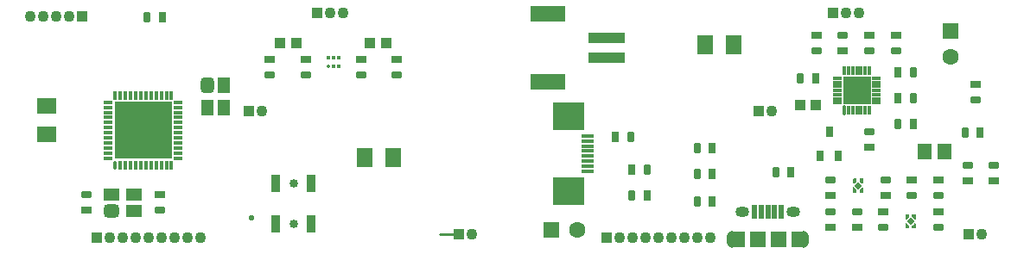
<source format=gts>
G04*
G04 #@! TF.GenerationSoftware,Altium Limited,Altium Designer,21.0.9 (235)*
G04*
G04 Layer_Color=8388736*
%FSLAX44Y44*%
%MOMM*%
G71*
G04*
G04 #@! TF.SameCoordinates,35DE941F-9A8C-42F3-B98C-DFFE3D48772F*
G04*
G04*
G04 #@! TF.FilePolarity,Negative*
G04*
G01*
G75*
%ADD12C,0.2540*%
%ADD53R,1.4000X1.6000*%
%ADD54R,0.9000X1.8000*%
%ADD55R,1.5000X1.9000*%
%ADD56R,1.9000X1.5000*%
%ADD57R,0.3000X0.4000*%
G04:AMPARAMS|DCode=58|XSize=0.4mm|YSize=0.3mm|CornerRadius=0.1mm|HoleSize=0mm|Usage=FLASHONLY|Rotation=270.000|XOffset=0mm|YOffset=0mm|HoleType=Round|Shape=RoundedRectangle|*
%AMROUNDEDRECTD58*
21,1,0.4000,0.1000,0,0,270.0*
21,1,0.2000,0.3000,0,0,270.0*
1,1,0.2000,-0.0500,-0.1000*
1,1,0.2000,-0.0500,0.1000*
1,1,0.2000,0.0500,0.1000*
1,1,0.2000,0.0500,-0.1000*
%
%ADD58ROUNDEDRECTD58*%
%ADD59R,1.0000X0.7000*%
G04:AMPARAMS|DCode=60|XSize=0.7mm|YSize=1mm|CornerRadius=0.2mm|HoleSize=0mm|Usage=FLASHONLY|Rotation=270.000|XOffset=0mm|YOffset=0mm|HoleType=Round|Shape=RoundedRectangle|*
%AMROUNDEDRECTD60*
21,1,0.7000,0.6000,0,0,270.0*
21,1,0.3000,1.0000,0,0,270.0*
1,1,0.4000,-0.3000,-0.1500*
1,1,0.4000,-0.3000,0.1500*
1,1,0.4000,0.3000,0.1500*
1,1,0.4000,0.3000,-0.1500*
%
%ADD60ROUNDEDRECTD60*%
%ADD61R,0.7000X1.0000*%
G04:AMPARAMS|DCode=62|XSize=0.7mm|YSize=1mm|CornerRadius=0.2mm|HoleSize=0mm|Usage=FLASHONLY|Rotation=0.000|XOffset=0mm|YOffset=0mm|HoleType=Round|Shape=RoundedRectangle|*
%AMROUNDEDRECTD62*
21,1,0.7000,0.6000,0,0,0.0*
21,1,0.3000,1.0000,0,0,0.0*
1,1,0.4000,0.1500,-0.3000*
1,1,0.4000,-0.1500,-0.3000*
1,1,0.4000,-0.1500,0.3000*
1,1,0.4000,0.1500,0.3000*
%
%ADD62ROUNDEDRECTD62*%
%ADD63R,5.7000X5.7000*%
%ADD64R,0.9500X0.3500*%
%ADD65R,0.3500X0.9500*%
%ADD66O,0.3500X0.9500*%
G04:AMPARAMS|DCode=67|XSize=0.75mm|YSize=1.05mm|CornerRadius=0.2125mm|HoleSize=0mm|Usage=FLASHONLY|Rotation=180.000|XOffset=0mm|YOffset=0mm|HoleType=Round|Shape=RoundedRectangle|*
%AMROUNDEDRECTD67*
21,1,0.7500,0.6250,0,0,180.0*
21,1,0.3250,1.0500,0,0,180.0*
1,1,0.4250,-0.1625,0.3125*
1,1,0.4250,0.1625,0.3125*
1,1,0.4250,0.1625,-0.3125*
1,1,0.4250,-0.1625,-0.3125*
%
%ADD67ROUNDEDRECTD67*%
%ADD68R,0.7500X1.0500*%
G04:AMPARAMS|DCode=69|XSize=0.3mm|YSize=0.95mm|CornerRadius=0.1mm|HoleSize=0mm|Usage=FLASHONLY|Rotation=180.000|XOffset=0mm|YOffset=0mm|HoleType=Round|Shape=RoundedRectangle|*
%AMROUNDEDRECTD69*
21,1,0.3000,0.7500,0,0,180.0*
21,1,0.1000,0.9500,0,0,180.0*
1,1,0.2000,-0.0500,0.3750*
1,1,0.2000,0.0500,0.3750*
1,1,0.2000,0.0500,-0.3750*
1,1,0.2000,-0.0500,-0.3750*
%
%ADD69ROUNDEDRECTD69*%
%ADD70R,0.3000X0.9500*%
%ADD71R,0.9500X0.3000*%
%ADD72R,2.7000X2.7000*%
%ADD73P,0.8202X4X360.0*%
%ADD74R,0.9900X1.0400*%
%ADD75R,0.5000X1.4500*%
%ADD76R,1.6000X1.6500*%
%ADD77R,1.3000X0.4000*%
%ADD78R,3.1000X2.8000*%
%ADD79R,3.5000X1.6000*%
%ADD80R,3.6000X1.1000*%
G04:AMPARAMS|DCode=81|XSize=1.3mm|YSize=1.5mm|CornerRadius=0.35mm|HoleSize=0mm|Usage=FLASHONLY|Rotation=90.000|XOffset=0mm|YOffset=0mm|HoleType=Round|Shape=RoundedRectangle|*
%AMROUNDEDRECTD81*
21,1,1.3000,0.8000,0,0,90.0*
21,1,0.6000,1.5000,0,0,90.0*
1,1,0.7000,0.4000,0.3000*
1,1,0.7000,0.4000,-0.3000*
1,1,0.7000,-0.4000,-0.3000*
1,1,0.7000,-0.4000,0.3000*
%
%ADD81ROUNDEDRECTD81*%
%ADD82R,1.5000X1.3000*%
G04:AMPARAMS|DCode=83|XSize=1.3mm|YSize=1.5mm|CornerRadius=0.35mm|HoleSize=0mm|Usage=FLASHONLY|Rotation=0.000|XOffset=0mm|YOffset=0mm|HoleType=Round|Shape=RoundedRectangle|*
%AMROUNDEDRECTD83*
21,1,1.3000,0.8000,0,0,0.0*
21,1,0.6000,1.5000,0,0,0.0*
1,1,0.7000,0.3000,-0.4000*
1,1,0.7000,-0.3000,-0.4000*
1,1,0.7000,-0.3000,0.4000*
1,1,0.7000,0.3000,0.4000*
%
%ADD83ROUNDEDRECTD83*%
%ADD84R,1.3000X1.5000*%
%ADD85R,1.3000X1.6500*%
%ADD86R,1.3000X1.6500*%
%ADD87C,0.8500*%
%ADD88R,1.6000X1.6000*%
%ADD89C,1.6000*%
%ADD90R,1.1000X1.1000*%
%ADD91C,1.1000*%
%ADD92R,1.6000X1.6000*%
%ADD93O,1.3500X1.0500*%
%ADD94O,1.0000X1.6500*%
%ADD95C,0.5500*%
%ADD96C,0.6000*%
G36*
X1337009Y566153D02*
X1337058Y566148D01*
X1337130Y566126D01*
X1337152Y566120D01*
X1337239Y566073D01*
X1337315Y566011D01*
X1339815Y563511D01*
X1339878Y563435D01*
X1339924Y563348D01*
X1339931Y563326D01*
X1339953Y563254D01*
X1339957Y563204D01*
X1339962Y563155D01*
X1339962Y563155D01*
Y560955D01*
X1339953Y560857D01*
X1339924Y560763D01*
X1339878Y560676D01*
X1339815Y560600D01*
X1339739Y560538D01*
X1339652Y560491D01*
X1339558Y560463D01*
X1339460Y560453D01*
X1336960D01*
X1336862Y560463D01*
X1336768Y560491D01*
X1336681Y560538D01*
X1336605Y560600D01*
X1336542Y560676D01*
X1336496Y560763D01*
X1336467Y560857D01*
X1336458Y560955D01*
Y565655D01*
X1336457Y565655D01*
X1336462Y565704D01*
X1336467Y565754D01*
X1336489Y565826D01*
X1336496Y565848D01*
X1336542Y565935D01*
X1336605Y566011D01*
X1336681Y566073D01*
X1336768Y566120D01*
X1336790Y566126D01*
X1336862Y566148D01*
X1336911Y566153D01*
X1336960Y566158D01*
X1337009Y566153D01*
D02*
G37*
G36*
X1345258Y565462D02*
X1345958D01*
X1346056Y565452D01*
X1346150Y565424D01*
X1346237Y565377D01*
X1346313Y565315D01*
X1346375Y565239D01*
X1346422Y565152D01*
X1346450Y565058D01*
X1346460Y564960D01*
Y560960D01*
X1346450Y560862D01*
X1346422Y560767D01*
X1346375Y560680D01*
X1346313Y560604D01*
X1346237Y560542D01*
X1346150Y560495D01*
X1346056Y560467D01*
X1345958Y560457D01*
X1343458D01*
X1343360Y560467D01*
X1343265Y560495D01*
X1343178Y560542D01*
X1343102Y560604D01*
X1343040Y560680D01*
X1342993Y560767D01*
X1342965Y560862D01*
X1342955Y560960D01*
Y563159D01*
X1342955Y563160D01*
X1342964Y563249D01*
X1342965Y563258D01*
X1342993Y563352D01*
X1343040Y563439D01*
X1343074Y563480D01*
X1343102Y563515D01*
X1343102Y563515D01*
X1344902Y565315D01*
X1344978Y565377D01*
X1345065Y565424D01*
X1345087Y565430D01*
X1345159Y565452D01*
X1345208Y565457D01*
X1345258Y565462D01*
X1345258Y565462D01*
D02*
G37*
G36*
X1339556Y574450D02*
X1339650Y574422D01*
X1339737Y574375D01*
X1339813Y574313D01*
X1339875Y574237D01*
X1339922Y574150D01*
X1339950Y574055D01*
X1339960Y573957D01*
Y571758D01*
X1339960Y571758D01*
X1339951Y571668D01*
X1339950Y571660D01*
X1339922Y571565D01*
X1339875Y571478D01*
X1339841Y571437D01*
X1339813Y571402D01*
X1339813Y571402D01*
X1338013Y569602D01*
X1337937Y569540D01*
X1337850Y569493D01*
X1337828Y569487D01*
X1337755Y569465D01*
X1337706Y569460D01*
X1337657Y569455D01*
X1337657Y569455D01*
X1336958D01*
X1336859Y569465D01*
X1336765Y569493D01*
X1336678Y569540D01*
X1336602Y569602D01*
X1336540Y569678D01*
X1336493Y569765D01*
X1336465Y569860D01*
X1336455Y569958D01*
Y573957D01*
X1336465Y574055D01*
X1336493Y574150D01*
X1336540Y574237D01*
X1336602Y574313D01*
X1336678Y574375D01*
X1336765Y574422D01*
X1336859Y574450D01*
X1336958Y574460D01*
X1339458D01*
X1339556Y574450D01*
D02*
G37*
G36*
X1346056D02*
X1346150Y574422D01*
X1346237Y574375D01*
X1346313Y574313D01*
X1346375Y574237D01*
X1346422Y574150D01*
X1346450Y574055D01*
X1346460Y573957D01*
Y569958D01*
X1346450Y569860D01*
X1346422Y569765D01*
X1346375Y569678D01*
X1346313Y569602D01*
X1346237Y569540D01*
X1346150Y569493D01*
X1346056Y569465D01*
X1345957Y569455D01*
X1345258D01*
X1345258Y569455D01*
X1345208Y569460D01*
X1345159Y569465D01*
X1345087Y569487D01*
X1345065Y569493D01*
X1344978Y569540D01*
X1344902Y569602D01*
X1343102Y571402D01*
X1343102Y571402D01*
X1343074Y571437D01*
X1343040Y571478D01*
X1342993Y571565D01*
X1342965Y571660D01*
X1342964Y571668D01*
X1342955Y571758D01*
X1342955Y571758D01*
Y573957D01*
X1342965Y574055D01*
X1342993Y574150D01*
X1343040Y574237D01*
X1343102Y574313D01*
X1343178Y574375D01*
X1343265Y574422D01*
X1343360Y574450D01*
X1343457Y574460D01*
X1345957D01*
X1346056Y574450D01*
D02*
G37*
G36*
X1388834Y530412D02*
X1388883Y530408D01*
X1388955Y530386D01*
X1388977Y530379D01*
X1389064Y530333D01*
X1389140Y530270D01*
X1390940Y528470D01*
X1390940Y528470D01*
X1390968Y528436D01*
X1391003Y528394D01*
X1391049Y528307D01*
X1391078Y528213D01*
X1391079Y528204D01*
X1391087Y528115D01*
X1391087Y528115D01*
Y525915D01*
X1391078Y525817D01*
X1391049Y525723D01*
X1391003Y525636D01*
X1390940Y525560D01*
X1390864Y525497D01*
X1390777Y525451D01*
X1390683Y525422D01*
X1390585Y525412D01*
X1388085D01*
X1387987Y525422D01*
X1387893Y525451D01*
X1387806Y525497D01*
X1387730Y525560D01*
X1387667Y525636D01*
X1387621Y525723D01*
X1387592Y525817D01*
X1387583Y525915D01*
Y529915D01*
X1387592Y530013D01*
X1387621Y530107D01*
X1387667Y530194D01*
X1387730Y530270D01*
X1387806Y530333D01*
X1387893Y530379D01*
X1387987Y530408D01*
X1388085Y530417D01*
X1388785D01*
X1388785Y530417D01*
X1388834Y530412D01*
D02*
G37*
G36*
X1397183Y530408D02*
X1397277Y530379D01*
X1397364Y530333D01*
X1397427Y530281D01*
X1397440Y530270D01*
Y530270D01*
X1397440D01*
X1397451Y530257D01*
X1397503Y530194D01*
X1397549Y530107D01*
X1397578Y530013D01*
X1397587Y529915D01*
Y529915D01*
D01*
X1397587Y525915D01*
X1397578Y525817D01*
X1397549Y525723D01*
X1397503Y525636D01*
X1397440Y525560D01*
X1397364Y525497D01*
X1397277Y525451D01*
X1397183Y525422D01*
X1397085Y525412D01*
X1394585D01*
X1394487Y525422D01*
X1394393Y525451D01*
X1394306Y525497D01*
X1394230Y525560D01*
X1394167Y525636D01*
X1394121Y525723D01*
X1394092Y525817D01*
X1394083Y525915D01*
X1394083Y528115D01*
X1394083Y528115D01*
X1394092Y528213D01*
X1394121Y528307D01*
X1394167Y528394D01*
X1394230Y528470D01*
X1396030Y530270D01*
X1396030Y530270D01*
X1396089Y530319D01*
X1396106Y530333D01*
X1396146Y530354D01*
X1396193Y530379D01*
X1396287Y530408D01*
X1396305Y530409D01*
X1396385Y530417D01*
X1396385Y530417D01*
X1397085Y530417D01*
D01*
X1397085D01*
X1397183Y530408D01*
D02*
G37*
G36*
X1390683Y539406D02*
X1390777Y539377D01*
X1390864Y539331D01*
X1390940Y539268D01*
X1391003Y539192D01*
X1391049Y539105D01*
X1391078Y539011D01*
X1391087Y538913D01*
Y536713D01*
X1391078Y536615D01*
X1391056Y536543D01*
X1391049Y536521D01*
X1391003Y536434D01*
X1390940Y536358D01*
X1390940Y536357D01*
X1389140Y534558D01*
X1389140Y534558D01*
X1389078Y534506D01*
X1389064Y534495D01*
X1388977Y534449D01*
X1388883Y534420D01*
X1388829Y534415D01*
X1388785Y534410D01*
X1388785Y534411D01*
X1388085Y534410D01*
D01*
X1388085D01*
X1387987Y534420D01*
X1387893Y534449D01*
X1387806Y534495D01*
X1387744Y534546D01*
X1387730Y534558D01*
Y534558D01*
X1387730D01*
X1387719Y534571D01*
X1387667Y534634D01*
X1387621Y534721D01*
X1387592Y534815D01*
X1387583Y534913D01*
D01*
Y534913D01*
Y538913D01*
X1387592Y539011D01*
X1387621Y539105D01*
X1387667Y539192D01*
X1387730Y539268D01*
X1387806Y539331D01*
X1387893Y539377D01*
X1387987Y539406D01*
X1388085Y539415D01*
X1390585D01*
X1390683Y539406D01*
D02*
G37*
G36*
X1397181Y539410D02*
X1397275Y539381D01*
X1397362Y539335D01*
X1397438Y539272D01*
X1397500Y539196D01*
X1397547Y539109D01*
X1397576Y539015D01*
X1397585Y538917D01*
Y534217D01*
X1397585Y534217D01*
X1397580Y534168D01*
X1397576Y534119D01*
X1397554Y534047D01*
X1397547Y534025D01*
X1397500Y533938D01*
X1397438Y533862D01*
X1397362Y533799D01*
X1397275Y533753D01*
X1397253Y533746D01*
X1397181Y533724D01*
X1397132Y533719D01*
X1397083Y533715D01*
X1397034Y533719D01*
X1396985Y533724D01*
X1396912Y533746D01*
X1396890Y533753D01*
X1396804Y533799D01*
X1396727Y533862D01*
X1394227Y536362D01*
X1394165Y536438D01*
X1394118Y536525D01*
X1394112Y536547D01*
X1394090Y536619D01*
X1394085Y536668D01*
X1394080Y536717D01*
X1394080Y536717D01*
Y538917D01*
X1394090Y539015D01*
X1394118Y539109D01*
X1394165Y539196D01*
X1394227Y539272D01*
X1394304Y539335D01*
X1394391Y539381D01*
X1394485Y539410D01*
X1394583Y539419D01*
X1397083D01*
X1397181Y539410D01*
D02*
G37*
D12*
X931750Y520000D02*
X950000D01*
D53*
X1406500Y601000D02*
D03*
X1425500D02*
D03*
D54*
X805000Y530000D02*
D03*
X771000D02*
D03*
Y570000D02*
D03*
X805000D02*
D03*
D55*
X857793Y595207D02*
D03*
X885792D02*
D03*
X1219000Y706000D02*
D03*
X1191000D02*
D03*
D56*
X546000Y646000D02*
D03*
Y618000D02*
D03*
D57*
X832000Y693000D02*
D03*
X822000D02*
D03*
X832000Y685000D02*
D03*
X827000D02*
D03*
Y693000D02*
D03*
D58*
X822000Y685000D02*
D03*
D59*
X1352000Y605500D02*
D03*
X1378300Y715000D02*
D03*
X1456000Y667043D02*
D03*
X1352617Y715000D02*
D03*
X1326333Y700000D02*
D03*
X1419628Y541915D02*
D03*
X1419585Y572957D02*
D03*
X1394043D02*
D03*
X1365543Y541915D02*
D03*
X1314458Y526915D02*
D03*
X1340000D02*
D03*
X1368500Y557957D02*
D03*
X1300457Y715000D02*
D03*
X800000Y691708D02*
D03*
X765000D02*
D03*
X854000D02*
D03*
X889000D02*
D03*
X1314415Y557957D02*
D03*
X1449000Y572500D02*
D03*
X1474543D02*
D03*
X585000Y543500D02*
D03*
X656793Y558500D02*
D03*
D60*
X1352000Y620500D02*
D03*
X1378300Y700000D02*
D03*
X1456000Y652043D02*
D03*
X1352617Y700000D02*
D03*
X1326333Y715000D02*
D03*
X1419628Y526915D02*
D03*
X1419585Y557957D02*
D03*
X1394043D02*
D03*
X1365542Y526915D02*
D03*
X1314458Y541915D02*
D03*
X1340000D02*
D03*
X1368500Y572957D02*
D03*
X1300457Y700000D02*
D03*
X800000Y676708D02*
D03*
X765000D02*
D03*
X854000Y676708D02*
D03*
X889000Y676708D02*
D03*
X1314415Y572957D02*
D03*
X1449000Y587500D02*
D03*
X1474543D02*
D03*
X585000Y558500D02*
D03*
X656793Y543500D02*
D03*
D61*
X1275500Y581000D02*
D03*
X1461042Y620000D02*
D03*
X1299500Y673000D02*
D03*
X1380499Y679189D02*
D03*
X1380500Y653542D02*
D03*
X1395500Y628000D02*
D03*
X1103500Y615542D02*
D03*
X1198500Y552293D02*
D03*
Y578750D02*
D03*
Y604293D02*
D03*
X659500Y733000D02*
D03*
X1119500Y583000D02*
D03*
X1134500Y557458D02*
D03*
D62*
X1260500Y581000D02*
D03*
X1446042Y620000D02*
D03*
X1284500Y673000D02*
D03*
X1395499Y679189D02*
D03*
X1395500Y653542D02*
D03*
X1380500Y628000D02*
D03*
X1118500Y615542D02*
D03*
X1183500Y552293D02*
D03*
Y578750D02*
D03*
Y604293D02*
D03*
X644500Y733000D02*
D03*
X1134500Y583000D02*
D03*
X1119500Y557458D02*
D03*
D63*
X641000Y622000D02*
D03*
D64*
X606750Y594500D02*
D03*
Y599500D02*
D03*
Y604500D02*
D03*
Y609500D02*
D03*
Y614500D02*
D03*
X606750Y619500D02*
D03*
Y624500D02*
D03*
X606750Y629500D02*
D03*
Y634500D02*
D03*
Y639500D02*
D03*
Y644500D02*
D03*
Y649500D02*
D03*
X675250D02*
D03*
Y644500D02*
D03*
Y639500D02*
D03*
Y634500D02*
D03*
Y629500D02*
D03*
X675250Y624500D02*
D03*
Y619500D02*
D03*
X675250Y614500D02*
D03*
Y609500D02*
D03*
Y604500D02*
D03*
Y599500D02*
D03*
Y594500D02*
D03*
D65*
X613500Y656250D02*
D03*
X618500D02*
D03*
X623500D02*
D03*
X628500D02*
D03*
X633500D02*
D03*
X638500Y656250D02*
D03*
X643500D02*
D03*
X648500Y656250D02*
D03*
X653500D02*
D03*
X658500D02*
D03*
X663500D02*
D03*
X668500D02*
D03*
Y587750D02*
D03*
X663500D02*
D03*
X658500D02*
D03*
X653500D02*
D03*
X648500D02*
D03*
X643500Y587750D02*
D03*
X638500D02*
D03*
X633500Y587750D02*
D03*
X628500D02*
D03*
X623500D02*
D03*
X618500D02*
D03*
D66*
X613500D02*
D03*
D67*
X1304000Y596707D02*
D03*
D68*
X1322000D02*
D03*
X1313000Y620207D02*
D03*
D69*
X1328000Y641750D02*
D03*
D70*
X1332000D02*
D03*
X1336000D02*
D03*
X1340000D02*
D03*
X1344000D02*
D03*
X1348000D02*
D03*
X1352000D02*
D03*
Y680250D02*
D03*
X1348000D02*
D03*
X1344000D02*
D03*
X1340000D02*
D03*
X1336000D02*
D03*
X1332000D02*
D03*
X1328000D02*
D03*
D71*
X1359250Y649000D02*
D03*
Y653000D02*
D03*
Y657000D02*
D03*
Y661000D02*
D03*
Y665000D02*
D03*
Y669000D02*
D03*
Y673000D02*
D03*
X1320750D02*
D03*
Y669000D02*
D03*
Y665000D02*
D03*
Y661000D02*
D03*
Y657000D02*
D03*
Y653000D02*
D03*
Y649000D02*
D03*
D72*
X1340000Y661000D02*
D03*
D73*
X1392585Y532413D02*
D03*
X1341458Y567460D02*
D03*
D74*
X1284150Y647000D02*
D03*
X1299850D02*
D03*
X775000Y708000D02*
D03*
X790700D02*
D03*
X863150D02*
D03*
X878850D02*
D03*
D75*
X1240000Y541500D02*
D03*
X1246500D02*
D03*
X1253000D02*
D03*
X1259500D02*
D03*
X1266000D02*
D03*
D76*
X1243000Y514500D02*
D03*
X1263000D02*
D03*
D77*
X1076600Y581500D02*
D03*
Y586500D02*
D03*
Y591500D02*
D03*
Y616500D02*
D03*
Y611500D02*
D03*
Y606500D02*
D03*
Y601500D02*
D03*
Y596500D02*
D03*
D78*
X1058000Y635800D02*
D03*
Y562200D02*
D03*
D79*
X1037000Y669500D02*
D03*
Y736500D02*
D03*
D80*
X1094500Y693000D02*
D03*
Y713000D02*
D03*
D81*
X610000Y543000D02*
D03*
D82*
Y559000D02*
D03*
X632000Y543000D02*
D03*
Y559000D02*
D03*
D83*
X704000Y666000D02*
D03*
D84*
X720000D02*
D03*
X704000Y644000D02*
D03*
X720000D02*
D03*
D85*
X1224005Y514505D02*
D03*
D86*
X1282005Y514505D02*
D03*
D87*
X788000Y530000D02*
D03*
Y570000D02*
D03*
D88*
X1041000Y524000D02*
D03*
D89*
X1066400D02*
D03*
X1432000Y694000D02*
D03*
D90*
X950000Y520000D02*
D03*
X811000Y737000D02*
D03*
X744000Y641000D02*
D03*
X595000Y516000D02*
D03*
X1095000D02*
D03*
X1317000Y737000D02*
D03*
X1450000Y520000D02*
D03*
X1244000Y641000D02*
D03*
X580700Y734000D02*
D03*
D91*
X962700Y520000D02*
D03*
X836400Y737000D02*
D03*
X823700D02*
D03*
X756700Y641000D02*
D03*
X607700Y516000D02*
D03*
X620400D02*
D03*
X633100D02*
D03*
X645800D02*
D03*
X658500D02*
D03*
X671200D02*
D03*
X683900D02*
D03*
X696600D02*
D03*
X1107700D02*
D03*
X1120400D02*
D03*
X1133100D02*
D03*
X1145800D02*
D03*
X1158500D02*
D03*
X1171200D02*
D03*
X1183900D02*
D03*
X1196600D02*
D03*
X1342400Y737000D02*
D03*
X1329700D02*
D03*
X1462700Y520000D02*
D03*
X1256700Y641000D02*
D03*
X568000Y734000D02*
D03*
X555300D02*
D03*
X542600D02*
D03*
X529900D02*
D03*
D92*
X1432000Y719400D02*
D03*
D93*
X1278000Y541500D02*
D03*
X1228000Y541500D02*
D03*
D94*
X1288000Y514500D02*
D03*
X1218000D02*
D03*
D95*
X747000Y536000D02*
D03*
D96*
X663000Y644000D02*
D03*
X663000Y633000D02*
D03*
X663000Y622000D02*
D03*
X663000Y611000D02*
D03*
X663000Y600000D02*
D03*
X652000Y644000D02*
D03*
Y633000D02*
D03*
X652000Y622000D02*
D03*
X652000Y611000D02*
D03*
Y600000D02*
D03*
X641000Y644000D02*
D03*
Y633000D02*
D03*
Y622000D02*
D03*
Y611000D02*
D03*
Y600000D02*
D03*
X630000Y644000D02*
D03*
Y633000D02*
D03*
X630000Y622000D02*
D03*
X630000Y611000D02*
D03*
Y600000D02*
D03*
X619000Y644000D02*
D03*
X619000Y633000D02*
D03*
X619000Y622000D02*
D03*
X619000Y611000D02*
D03*
X619000Y600000D02*
D03*
X1334500Y655500D02*
D03*
Y666500D02*
D03*
X1345500Y655500D02*
D03*
Y666500D02*
D03*
M02*

</source>
